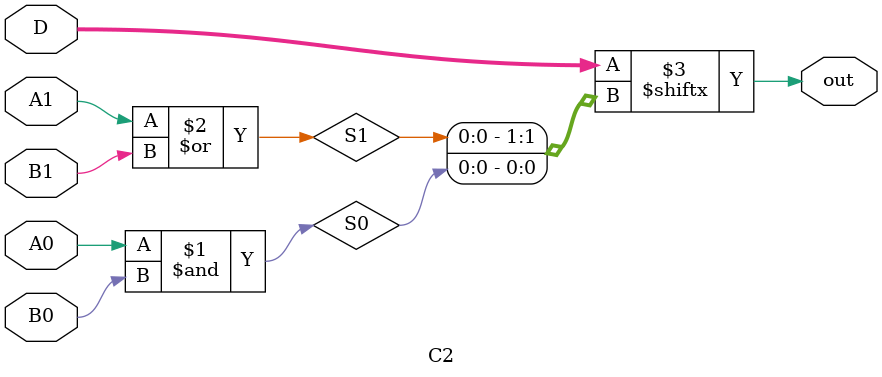
<source format=v>
module C2(
    input A0, B0, A1, B1,
    input [3:0] D,
    output out
);
    wire S0, S1;

    assign S0 = A0 & B0;
    assign S1 = A1 | B1;

    assign out = D[{S1, S0}];
endmodule

</source>
